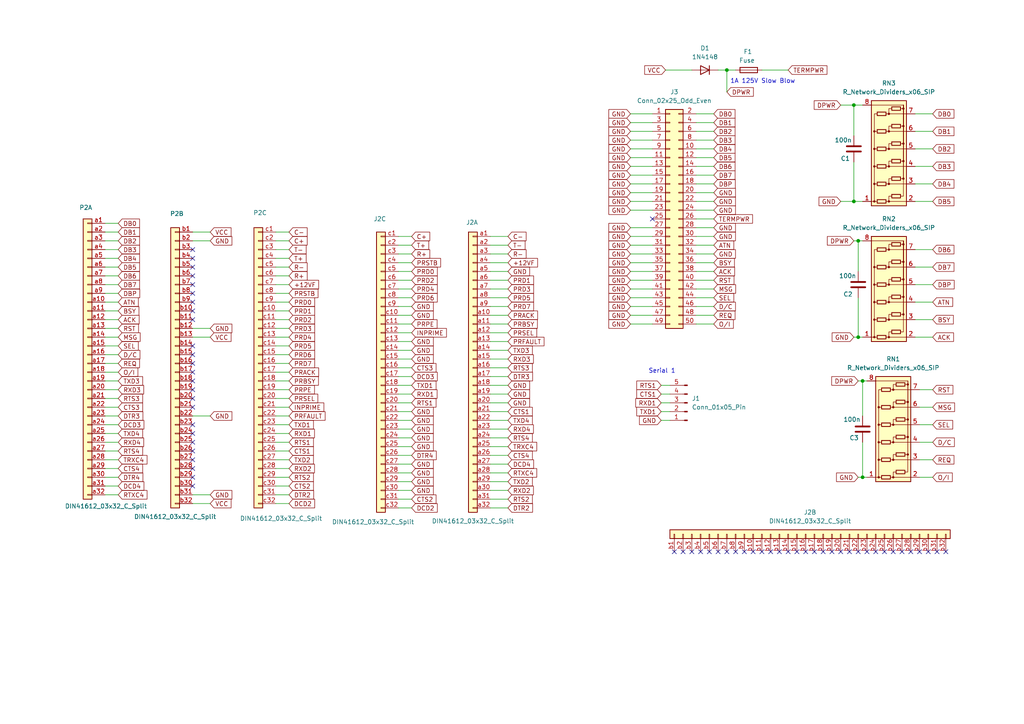
<source format=kicad_sch>
(kicad_sch (version 20250114) (generator "eeschema") (generator_version "9.0")
  (paper "A4")
  (text "1A 125V Slow Blow\n" (at 221.234 23.622 0) (effects (font (size 1.27 1.27))))
  (text "Serial 1" (at 192.024 107.696 0) (effects (font (size 1.27 1.27))))
  (junction (at 210.82 20.32))
  (junction (at 247.65 30.48))
  (junction (at 247.65 58.42))
  (junction (at 250.19 110.49))
  (junction (at 250.19 138.43))
  (junction (at 248.92 69.85))
  (junction (at 248.92 97.79))
  (no_connect (at 55.88 87.63))
  (no_connect (at 55.88 82.55))
  (no_connect (at 226.06 160.02))
  (no_connect (at 55.88 77.47))
  (no_connect (at 251.46 160.02))
  (no_connect (at 215.9 160.02))
  (no_connect (at 238.76 160.02))
  (no_connect (at 256.54 160.02))
  (no_connect (at 241.3 160.02))
  (no_connect (at 55.88 102.87))
  (no_connect (at 55.88 115.57))
  (no_connect (at 55.88 110.49))
  (no_connect (at 200.66 160.02))
  (no_connect (at 189.23 63.5))
  (no_connect (at 223.52 160.02))
  (no_connect (at 55.88 105.41))
  (no_connect (at 55.88 138.43))
  (no_connect (at 55.88 100.33))
  (no_connect (at 264.16 160.02))
  (no_connect (at 55.88 123.19))
  (no_connect (at 55.88 128.27))
  (no_connect (at 55.88 133.35))
  (no_connect (at 208.28 160.02))
  (no_connect (at 228.6 160.02))
  (no_connect (at 55.88 74.93))
  (no_connect (at 266.7 160.02))
  (no_connect (at 210.82 160.02))
  (no_connect (at 55.88 130.81))
  (no_connect (at 55.88 80.01))
  (no_connect (at 248.92 160.02))
  (no_connect (at 220.98 160.02))
  (no_connect (at 218.44 160.02))
  (no_connect (at 55.88 113.03))
  (no_connect (at 231.14 160.02))
  (no_connect (at 261.62 160.02))
  (no_connect (at 203.2 160.02))
  (no_connect (at 233.68 160.02))
  (no_connect (at 271.78 160.02))
  (no_connect (at 254 160.02))
  (no_connect (at 55.88 92.71))
  (no_connect (at 55.88 90.17))
  (no_connect (at 55.88 107.95))
  (no_connect (at 55.88 125.73))
  (no_connect (at 55.88 85.09))
  (no_connect (at 213.36 160.02))
  (no_connect (at 246.38 160.02))
  (no_connect (at 195.58 160.02))
  (no_connect (at 55.88 118.11))
  (no_connect (at 55.88 72.39))
  (no_connect (at 198.12 160.02))
  (no_connect (at 243.84 160.02))
  (no_connect (at 274.32 160.02))
  (no_connect (at 259.08 160.02))
  (no_connect (at 236.22 160.02))
  (no_connect (at 55.88 140.97))
  (no_connect (at 55.88 135.89))
  (no_connect (at 269.24 160.02))
  (no_connect (at 205.74 160.02))
  (wire (pts (xy 201.93 71.12) (xy 207.01 71.12)))
  (wire (pts (xy 142.24 144.78) (xy 147.32 144.78)))
  (wire (pts (xy 115.57 119.38) (xy 119.38 119.38)))
  (wire (pts (xy 30.48 130.81) (xy 34.29 130.81)))
  (wire (pts (xy 30.48 64.77) (xy 34.29 64.77)))
  (wire (pts (xy 182.88 86.36) (xy 189.23 86.36)))
  (wire (pts (xy 182.88 45.72) (xy 189.23 45.72)))
  (wire (pts (xy 115.57 81.28) (xy 119.38 81.28)))
  (wire (pts (xy 55.88 143.51) (xy 60.96 143.51)))
  (wire (pts (xy 182.88 78.74) (xy 189.23 78.74)))
  (wire (pts (xy 30.48 82.55) (xy 34.29 82.55)))
  (wire (pts (xy 115.57 76.2) (xy 119.38 76.2)))
  (wire (pts (xy 265.43 87.63) (xy 270.51 87.63)))
  (wire (pts (xy 115.57 93.98) (xy 119.38 93.98)))
  (wire (pts (xy 115.57 109.22) (xy 119.38 109.22)))
  (wire (pts (xy 142.24 142.24) (xy 147.32 142.24)))
  (wire (pts (xy 243.84 58.42) (xy 247.65 58.42)))
  (wire (pts (xy 80.01 125.73) (xy 83.82 125.73)))
  (wire (pts (xy 80.01 138.43) (xy 83.82 138.43)))
  (wire (pts (xy 265.43 72.39) (xy 270.51 72.39)))
  (wire (pts (xy 55.88 97.79) (xy 60.96 97.79)))
  (wire (pts (xy 265.43 82.55) (xy 270.51 82.55)))
  (wire (pts (xy 250.19 110.49) (xy 251.46 110.49)))
  (wire (pts (xy 182.88 33.02) (xy 189.23 33.02)))
  (wire (pts (xy 115.57 83.82) (xy 119.38 83.82)))
  (wire (pts (xy 115.57 106.68) (xy 119.38 106.68)))
  (wire (pts (xy 80.01 100.33) (xy 83.82 100.33)))
  (wire (pts (xy 80.01 110.49) (xy 83.82 110.49)))
  (wire (pts (xy 201.93 66.04) (xy 207.01 66.04)))
  (wire (pts (xy 30.48 80.01) (xy 34.29 80.01)))
  (wire (pts (xy 115.57 139.7) (xy 119.38 139.7)))
  (wire (pts (xy 142.24 132.08) (xy 147.32 132.08)))
  (wire (pts (xy 248.92 69.85) (xy 250.19 69.85)))
  (wire (pts (xy 265.43 48.26) (xy 270.51 48.26)))
  (wire (pts (xy 191.77 116.84) (xy 194.31 116.84)))
  (wire (pts (xy 201.93 88.9) (xy 207.01 88.9)))
  (wire (pts (xy 193.04 20.32) (xy 200.66 20.32)))
  (wire (pts (xy 142.24 76.2) (xy 147.32 76.2)))
  (wire (pts (xy 80.01 135.89) (xy 83.82 135.89)))
  (wire (pts (xy 265.43 43.18) (xy 270.51 43.18)))
  (wire (pts (xy 30.48 143.51) (xy 34.29 143.51)))
  (wire (pts (xy 55.88 120.65) (xy 60.96 120.65)))
  (wire (pts (xy 142.24 101.6) (xy 147.32 101.6)))
  (wire (pts (xy 115.57 127) (xy 119.38 127)))
  (wire (pts (xy 30.48 140.97) (xy 34.29 140.97)))
  (wire (pts (xy 182.88 93.98) (xy 189.23 93.98)))
  (wire (pts (xy 182.88 58.42) (xy 189.23 58.42)))
  (wire (pts (xy 266.7 123.19) (xy 270.51 123.19)))
  (wire (pts (xy 115.57 137.16) (xy 119.38 137.16)))
  (wire (pts (xy 201.93 58.42) (xy 207.01 58.42)))
  (wire (pts (xy 182.88 73.66) (xy 189.23 73.66)))
  (wire (pts (xy 80.01 67.31) (xy 83.82 67.31)))
  (wire (pts (xy 115.57 73.66) (xy 119.38 73.66)))
  (wire (pts (xy 191.77 114.3) (xy 194.31 114.3)))
  (wire (pts (xy 142.24 104.14) (xy 147.32 104.14)))
  (wire (pts (xy 248.92 69.85) (xy 248.92 78.74)))
  (wire (pts (xy 142.24 116.84) (xy 147.32 116.84)))
  (wire (pts (xy 266.7 133.35) (xy 270.51 133.35)))
  (wire (pts (xy 142.24 109.22) (xy 147.32 109.22)))
  (wire (pts (xy 182.88 40.64) (xy 189.23 40.64)))
  (wire (pts (xy 142.24 83.82) (xy 147.32 83.82)))
  (wire (pts (xy 250.19 138.43) (xy 251.46 138.43)))
  (wire (pts (xy 182.88 66.04) (xy 189.23 66.04)))
  (wire (pts (xy 201.93 68.58) (xy 207.01 68.58)))
  (wire (pts (xy 201.93 45.72) (xy 207.01 45.72)))
  (wire (pts (xy 30.48 85.09) (xy 34.29 85.09)))
  (wire (pts (xy 265.43 77.47) (xy 270.51 77.47)))
  (wire (pts (xy 80.01 95.25) (xy 83.82 95.25)))
  (wire (pts (xy 30.48 67.31) (xy 34.29 67.31)))
  (wire (pts (xy 80.01 146.05) (xy 83.82 146.05)))
  (wire (pts (xy 142.24 137.16) (xy 147.32 137.16)))
  (wire (pts (xy 80.01 80.01) (xy 83.82 80.01)))
  (wire (pts (xy 201.93 53.34) (xy 207.01 53.34)))
  (wire (pts (xy 55.88 67.31) (xy 60.96 67.31)))
  (wire (pts (xy 248.92 97.79) (xy 250.19 97.79)))
  (wire (pts (xy 265.43 92.71) (xy 270.51 92.71)))
  (wire (pts (xy 80.01 74.93) (xy 83.82 74.93)))
  (wire (pts (xy 115.57 142.24) (xy 119.38 142.24)))
  (wire (pts (xy 30.48 115.57) (xy 34.29 115.57)))
  (wire (pts (xy 266.7 138.43) (xy 270.51 138.43)))
  (wire (pts (xy 247.65 97.79) (xy 248.92 97.79)))
  (wire (pts (xy 266.7 128.27) (xy 270.51 128.27)))
  (wire (pts (xy 201.93 35.56) (xy 207.01 35.56)))
  (wire (pts (xy 201.93 76.2) (xy 207.01 76.2)))
  (wire (pts (xy 142.24 81.28) (xy 147.32 81.28)))
  (wire (pts (xy 115.57 86.36) (xy 119.38 86.36)))
  (wire (pts (xy 30.48 125.73) (xy 34.29 125.73)))
  (wire (pts (xy 182.88 71.12) (xy 189.23 71.12)))
  (wire (pts (xy 201.93 81.28) (xy 207.01 81.28)))
  (wire (pts (xy 247.65 69.85) (xy 248.92 69.85)))
  (wire (pts (xy 247.65 30.48) (xy 247.65 39.37)))
  (wire (pts (xy 30.48 120.65) (xy 34.29 120.65)))
  (wire (pts (xy 115.57 129.54) (xy 119.38 129.54)))
  (wire (pts (xy 30.48 107.95) (xy 34.29 107.95)))
  (wire (pts (xy 80.01 143.51) (xy 83.82 143.51)))
  (wire (pts (xy 201.93 86.36) (xy 207.01 86.36)))
  (wire (pts (xy 30.48 102.87) (xy 34.29 102.87)))
  (wire (pts (xy 265.43 38.1) (xy 270.51 38.1)))
  (wire (pts (xy 142.24 99.06) (xy 147.32 99.06)))
  (wire (pts (xy 142.24 119.38) (xy 147.32 119.38)))
  (wire (pts (xy 142.24 71.12) (xy 147.32 71.12)))
  (wire (pts (xy 30.48 138.43) (xy 34.29 138.43)))
  (wire (pts (xy 142.24 121.92) (xy 147.32 121.92)))
  (wire (pts (xy 201.93 43.18) (xy 207.01 43.18)))
  (wire (pts (xy 142.24 68.58) (xy 147.32 68.58)))
  (wire (pts (xy 182.88 76.2) (xy 189.23 76.2)))
  (wire (pts (xy 210.82 20.32) (xy 210.82 26.67)))
  (wire (pts (xy 115.57 104.14) (xy 119.38 104.14)))
  (wire (pts (xy 265.43 53.34) (xy 270.51 53.34)))
  (wire (pts (xy 248.92 138.43) (xy 250.19 138.43)))
  (wire (pts (xy 182.88 53.34) (xy 189.23 53.34)))
  (wire (pts (xy 182.88 43.18) (xy 189.23 43.18)))
  (wire (pts (xy 265.43 58.42) (xy 270.51 58.42)))
  (wire (pts (xy 142.24 93.98) (xy 147.32 93.98)))
  (wire (pts (xy 115.57 88.9) (xy 119.38 88.9)))
  (wire (pts (xy 201.93 55.88) (xy 207.01 55.88)))
  (wire (pts (xy 142.24 111.76) (xy 147.32 111.76)))
  (wire (pts (xy 265.43 33.02) (xy 270.51 33.02)))
  (wire (pts (xy 30.48 92.71) (xy 34.29 92.71)))
  (wire (pts (xy 80.01 118.11) (xy 83.82 118.11)))
  (wire (pts (xy 115.57 147.32) (xy 119.38 147.32)))
  (wire (pts (xy 191.77 121.92) (xy 194.31 121.92)))
  (wire (pts (xy 115.57 116.84) (xy 119.38 116.84)))
  (wire (pts (xy 201.93 63.5) (xy 207.01 63.5)))
  (wire (pts (xy 182.88 83.82) (xy 189.23 83.82)))
  (wire (pts (xy 115.57 78.74) (xy 119.38 78.74)))
  (wire (pts (xy 115.57 99.06) (xy 119.38 99.06)))
  (wire (pts (xy 142.24 88.9) (xy 147.32 88.9)))
  (wire (pts (xy 30.48 87.63) (xy 34.29 87.63)))
  (wire (pts (xy 182.88 55.88) (xy 189.23 55.88)))
  (wire (pts (xy 80.01 69.85) (xy 83.82 69.85)))
  (wire (pts (xy 30.48 100.33) (xy 34.29 100.33)))
  (wire (pts (xy 182.88 91.44) (xy 189.23 91.44)))
  (wire (pts (xy 142.24 86.36) (xy 147.32 86.36)))
  (wire (pts (xy 142.24 134.62) (xy 147.32 134.62)))
  (wire (pts (xy 115.57 71.12) (xy 119.38 71.12)))
  (wire (pts (xy 201.93 73.66) (xy 207.01 73.66)))
  (wire (pts (xy 142.24 124.46) (xy 147.32 124.46)))
  (wire (pts (xy 30.48 77.47) (xy 34.29 77.47)))
  (wire (pts (xy 80.01 133.35) (xy 83.82 133.35)))
  (wire (pts (xy 182.88 50.8) (xy 189.23 50.8)))
  (wire (pts (xy 55.88 95.25) (xy 60.96 95.25)))
  (wire (pts (xy 80.01 120.65) (xy 83.82 120.65)))
  (wire (pts (xy 80.01 113.03) (xy 83.82 113.03)))
  (wire (pts (xy 55.88 146.05) (xy 60.96 146.05)))
  (wire (pts (xy 201.93 91.44) (xy 207.01 91.44)))
  (wire (pts (xy 210.82 20.32) (xy 213.36 20.32)))
  (wire (pts (xy 115.57 134.62) (xy 119.38 134.62)))
  (wire (pts (xy 80.01 107.95) (xy 83.82 107.95)))
  (wire (pts (xy 80.01 123.19) (xy 83.82 123.19)))
  (wire (pts (xy 115.57 68.58) (xy 119.38 68.58)))
  (wire (pts (xy 182.88 68.58) (xy 189.23 68.58)))
  (wire (pts (xy 80.01 140.97) (xy 83.82 140.97)))
  (wire (pts (xy 182.88 48.26) (xy 189.23 48.26)))
  (wire (pts (xy 142.24 139.7) (xy 147.32 139.7)))
  (wire (pts (xy 115.57 91.44) (xy 119.38 91.44)))
  (wire (pts (xy 115.57 114.3) (xy 119.38 114.3)))
  (wire (pts (xy 80.01 85.09) (xy 83.82 85.09)))
  (wire (pts (xy 220.98 20.32) (xy 228.6 20.32)))
  (wire (pts (xy 182.88 60.96) (xy 189.23 60.96)))
  (wire (pts (xy 80.01 90.17) (xy 83.82 90.17)))
  (wire (pts (xy 248.92 86.36) (xy 248.92 97.79)))
  (wire (pts (xy 30.48 118.11) (xy 34.29 118.11)))
  (wire (pts (xy 250.19 110.49) (xy 250.19 120.65)))
  (wire (pts (xy 115.57 124.46) (xy 119.38 124.46)))
  (wire (pts (xy 80.01 92.71) (xy 83.82 92.71)))
  (wire (pts (xy 30.48 128.27) (xy 34.29 128.27)))
  (wire (pts (xy 30.48 110.49) (xy 34.29 110.49)))
  (wire (pts (xy 115.57 144.78) (xy 119.38 144.78)))
  (wire (pts (xy 191.77 111.76) (xy 194.31 111.76)))
  (wire (pts (xy 182.88 88.9) (xy 189.23 88.9)))
  (wire (pts (xy 30.48 90.17) (xy 34.29 90.17)))
  (wire (pts (xy 142.24 91.44) (xy 147.32 91.44)))
  (wire (pts (xy 80.01 87.63) (xy 83.82 87.63)))
  (wire (pts (xy 115.57 111.76) (xy 119.38 111.76)))
  (wire (pts (xy 142.24 127) (xy 147.32 127)))
  (wire (pts (xy 80.01 115.57) (xy 83.82 115.57)))
  (wire (pts (xy 115.57 101.6) (xy 119.38 101.6)))
  (wire (pts (xy 142.24 73.66) (xy 147.32 73.66)))
  (wire (pts (xy 30.48 97.79) (xy 34.29 97.79)))
  (wire (pts (xy 115.57 132.08) (xy 119.38 132.08)))
  (wire (pts (xy 115.57 121.92) (xy 119.38 121.92)))
  (wire (pts (xy 55.88 69.85) (xy 60.96 69.85)))
  (wire (pts (xy 265.43 97.79) (xy 270.51 97.79)))
  (wire (pts (xy 247.65 58.42) (xy 250.19 58.42)))
  (wire (pts (xy 201.93 50.8) (xy 207.01 50.8)))
  (wire (pts (xy 80.01 77.47) (xy 83.82 77.47)))
  (wire (pts (xy 115.57 96.52) (xy 119.38 96.52)))
  (wire (pts (xy 266.7 113.03) (xy 270.51 113.03)))
  (wire (pts (xy 30.48 113.03) (xy 34.29 113.03)))
  (wire (pts (xy 247.65 46.99) (xy 247.65 58.42)))
  (wire (pts (xy 142.24 114.3) (xy 147.32 114.3)))
  (wire (pts (xy 80.01 105.41) (xy 83.82 105.41)))
  (wire (pts (xy 80.01 102.87) (xy 83.82 102.87)))
  (wire (pts (xy 201.93 78.74) (xy 207.01 78.74)))
  (wire (pts (xy 201.93 93.98) (xy 207.01 93.98)))
  (wire (pts (xy 30.48 74.93) (xy 34.29 74.93)))
  (wire (pts (xy 182.88 35.56) (xy 189.23 35.56)))
  (wire (pts (xy 247.65 30.48) (xy 250.19 30.48)))
  (wire (pts (xy 30.48 123.19) (xy 34.29 123.19)))
  (wire (pts (xy 30.48 69.85) (xy 34.29 69.85)))
  (wire (pts (xy 182.88 81.28) (xy 189.23 81.28)))
  (wire (pts (xy 201.93 48.26) (xy 207.01 48.26)))
  (wire (pts (xy 80.01 72.39) (xy 83.82 72.39)))
  (wire (pts (xy 30.48 133.35) (xy 34.29 133.35)))
  (wire (pts (xy 243.84 30.48) (xy 247.65 30.48)))
  (wire (pts (xy 80.01 97.79) (xy 83.82 97.79)))
  (wire (pts (xy 201.93 83.82) (xy 207.01 83.82)))
  (wire (pts (xy 201.93 33.02) (xy 207.01 33.02)))
  (wire (pts (xy 201.93 40.64) (xy 207.01 40.64)))
  (wire (pts (xy 80.01 130.81) (xy 83.82 130.81)))
  (wire (pts (xy 266.7 118.11) (xy 270.51 118.11)))
  (wire (pts (xy 142.24 78.74) (xy 147.32 78.74)))
  (wire (pts (xy 142.24 147.32) (xy 147.32 147.32)))
  (wire (pts (xy 30.48 135.89) (xy 34.29 135.89)))
  (wire (pts (xy 142.24 106.68) (xy 147.32 106.68)))
  (wire (pts (xy 250.19 128.27) (xy 250.19 138.43)))
  (wire (pts (xy 142.24 96.52) (xy 147.32 96.52)))
  (wire (pts (xy 208.28 20.32) (xy 210.82 20.32)))
  (wire (pts (xy 142.24 129.54) (xy 147.32 129.54)))
  (wire (pts (xy 30.48 105.41) (xy 34.29 105.41)))
  (wire (pts (xy 80.01 128.27) (xy 83.82 128.27)))
  (wire (pts (xy 182.88 38.1) (xy 189.23 38.1)))
  (wire (pts (xy 191.77 119.38) (xy 194.31 119.38)))
  (wire (pts (xy 80.01 82.55) (xy 83.82 82.55)))
  (wire (pts (xy 30.48 72.39) (xy 34.29 72.39)))
  (wire (pts (xy 248.92 110.49) (xy 250.19 110.49)))
  (wire (pts (xy 201.93 60.96) (xy 207.01 60.96)))
  (wire (pts (xy 201.93 38.1) (xy 207.01 38.1)))
  (wire (pts (xy 30.48 95.25) (xy 34.29 95.25)))
  (global_label "GND" (shape input) (at 248.92 138.43 180) (property "Intersheetrefs" "${INTERSHEET_REFS}" (effects (hide yes))))
  (global_label "GND" (shape input) (at 119.38 91.44 0) (property "Intersheetrefs" "${INTERSHEET_REFS}" (effects (hide yes))))
  (global_label "DPWR" (shape input) (at 210.82 26.67 0) (property "Intersheetrefs" "${INTERSHEET_REFS}" (effects (hide yes))))
  (global_label "DBP" (shape input) (at 270.51 82.55 0) (property "Intersheetrefs" "${INTERSHEET_REFS}" (effects (hide yes))))
  (global_label "GND" (shape input) (at 182.88 66.04 180) (property "Intersheetrefs" "${INTERSHEET_REFS}" (effects (hide yes))))
  (global_label "GND" (shape input) (at 182.88 48.26 180) (property "Intersheetrefs" "${INTERSHEET_REFS}" (effects (hide yes))))
  (global_label "R+" (shape input) (at 119.38 73.66 0) (property "Intersheetrefs" "${INTERSHEET_REFS}" (effects (hide yes))))
  (global_label "PRD6" (shape input) (at 119.38 86.36 0) (property "Intersheetrefs" "${INTERSHEET_REFS}" (effects (hide yes))))
  (global_label "DPWR" (shape input) (at 243.84 30.48 180) (property "Intersheetrefs" "${INTERSHEET_REFS}" (effects (hide yes))))
  (global_label "D{slash}C" (shape input) (at 207.01 88.9 0) (property "Intersheetrefs" "${INTERSHEET_REFS}" (effects (hide yes))))
  (global_label "T-" (shape input) (at 147.32 71.12 0) (property "Intersheetrefs" "${INTERSHEET_REFS}" (effects (hide yes))))
  (global_label "R-" (shape input) (at 147.32 73.66 0) (property "Intersheetrefs" "${INTERSHEET_REFS}" (effects (hide yes))))
  (global_label "+12VF" (shape input) (at 147.32 76.2 0) (property "Intersheetrefs" "${INTERSHEET_REFS}" (effects (hide yes))))
  (global_label "C-" (shape input) (at 147.32 68.58 0) (property "Intersheetrefs" "${INTERSHEET_REFS}" (effects (hide yes))))
  (global_label "GND" (shape input) (at 147.32 78.74 0) (property "Intersheetrefs" "${INTERSHEET_REFS}" (effects (hide yes))))
  (global_label "PRD3" (shape input) (at 147.32 83.82 0) (property "Intersheetrefs" "${INTERSHEET_REFS}" (effects (hide yes))))
  (global_label "PRD5" (shape input) (at 147.32 86.36 0) (property "Intersheetrefs" "${INTERSHEET_REFS}" (effects (hide yes))))
  (global_label "PRD7" (shape input) (at 147.32 88.9 0) (property "Intersheetrefs" "${INTERSHEET_REFS}" (effects (hide yes))))
  (global_label "PRD1" (shape input) (at 147.32 81.28 0) (property "Intersheetrefs" "${INTERSHEET_REFS}" (effects (hide yes))))
  (global_label "PRACK" (shape input) (at 147.32 91.44 0) (property "Intersheetrefs" "${INTERSHEET_REFS}" (effects (hide yes))))
  (global_label "PRBSY" (shape input) (at 147.32 93.98 0) (property "Intersheetrefs" "${INTERSHEET_REFS}" (effects (hide yes))))
  (global_label "PRSEL" (shape input) (at 147.32 96.52 0) (property "Intersheetrefs" "${INTERSHEET_REFS}" (effects (hide yes))))
  (global_label "PRFAULT" (shape input) (at 147.32 99.06 0) (property "Intersheetrefs" "${INTERSHEET_REFS}" (effects (hide yes))))
  (global_label "TXD3" (shape input) (at 147.32 101.6 0) (property "Intersheetrefs" "${INTERSHEET_REFS}" (effects (hide yes))))
  (global_label "RXD3" (shape input) (at 147.32 104.14 0) (property "Intersheetrefs" "${INTERSHEET_REFS}" (effects (hide yes))))
  (global_label "RXD2" (shape input) (at 147.32 142.24 0) (property "Intersheetrefs" "${INTERSHEET_REFS}" (effects (hide yes))))
  (global_label "RTS2" (shape input) (at 147.32 144.78 0) (property "Intersheetrefs" "${INTERSHEET_REFS}" (effects (hide yes))))
  (global_label "TXD2" (shape input) (at 147.32 139.7 0) (property "Intersheetrefs" "${INTERSHEET_REFS}" (effects (hide yes))))
  (global_label "DTR2" (shape input) (at 147.32 147.32 0) (property "Intersheetrefs" "${INTERSHEET_REFS}" (effects (hide yes))))
  (global_label "RTS3" (shape input) (at 147.32 106.68 0) (property "Intersheetrefs" "${INTERSHEET_REFS}" (effects (hide yes))))
  (global_label "GND" (shape input) (at 147.32 111.76 0) (property "Intersheetrefs" "${INTERSHEET_REFS}" (effects (hide yes))))
  (global_label "DTR3" (shape input) (at 147.32 109.22 0) (property "Intersheetrefs" "${INTERSHEET_REFS}" (effects (hide yes))))
  (global_label "GND" (shape input) (at 147.32 114.3 0) (property "Intersheetrefs" "${INTERSHEET_REFS}" (effects (hide yes))))
  (global_label "DCD4" (shape input) (at 147.32 134.62 0) (property "Intersheetrefs" "${INTERSHEET_REFS}" (effects (hide yes))))
  (global_label "TRXC4" (shape input) (at 147.32 129.54 0) (property "Intersheetrefs" "${INTERSHEET_REFS}" (effects (hide yes))))
  (global_label "RTS4" (shape input) (at 147.32 127 0) (property "Intersheetrefs" "${INTERSHEET_REFS}" (effects (hide yes))))
  (global_label "CTS4" (shape input) (at 147.32 132.08 0) (property "Intersheetrefs" "${INTERSHEET_REFS}" (effects (hide yes))))
  (global_label "RTXC4" (shape input) (at 147.32 137.16 0) (property "Intersheetrefs" "${INTERSHEET_REFS}" (effects (hide yes))))
  (global_label "GND" (shape input) (at 147.32 116.84 0) (property "Intersheetrefs" "${INTERSHEET_REFS}" (effects (hide yes))))
  (global_label "TXD4" (shape input) (at 147.32 121.92 0) (property "Intersheetrefs" "${INTERSHEET_REFS}" (effects (hide yes))))
  (global_label "CTS1" (shape input) (at 147.32 119.38 0) (property "Intersheetrefs" "${INTERSHEET_REFS}" (effects (hide yes))))
  (global_label "RXD4" (shape input) (at 147.32 124.46 0) (property "Intersheetrefs" "${INTERSHEET_REFS}" (effects (hide yes))))
  (global_label "DB0" (shape input) (at 34.29 64.77 0) (property "Intersheetrefs" "${INTERSHEET_REFS}" (effects (hide yes))))
  (global_label "O{slash}I" (shape input) (at 207.01 93.98 0) (property "Intersheetrefs" "${INTERSHEET_REFS}" (effects (hide yes))))
  (global_label "GND" (shape input) (at 182.88 38.1 180) (property "Intersheetrefs" "${INTERSHEET_REFS}" (effects (hide yes))))
  (global_label "RTS1" (shape input) (at 191.77 111.76 180) (property "Intersheetrefs" "${INTERSHEET_REFS}" (effects (hide yes))))
  (global_label "MSG" (shape input) (at 34.29 97.79 0) (property "Intersheetrefs" "${INTERSHEET_REFS}" (effects (hide yes))))
  (global_label "SEL" (shape input) (at 34.29 100.33 0) (property "Intersheetrefs" "${INTERSHEET_REFS}" (effects (hide yes))))
  (global_label "D{slash}C" (shape input) (at 34.29 102.87 0) (property "Intersheetrefs" "${INTERSHEET_REFS}" (effects (hide yes))))
  (global_label "BSY" (shape input) (at 34.29 90.17 0) (property "Intersheetrefs" "${INTERSHEET_REFS}" (effects (hide yes))))
  (global_label "ACK" (shape input) (at 34.29 92.71 0) (property "Intersheetrefs" "${INTERSHEET_REFS}" (effects (hide yes))))
  (global_label "ATN" (shape input) (at 34.29 87.63 0) (property "Intersheetrefs" "${INTERSHEET_REFS}" (effects (hide yes))))
  (global_label "RST" (shape input) (at 34.29 95.25 0) (property "Intersheetrefs" "${INTERSHEET_REFS}" (effects (hide yes))))
  (global_label "DCD3" (shape input) (at 34.29 123.19 0) (property "Intersheetrefs" "${INTERSHEET_REFS}" (effects (hide yes))))
  (global_label "CTS3" (shape input) (at 34.29 118.11 0) (property "Intersheetrefs" "${INTERSHEET_REFS}" (effects (hide yes))))
  (global_label "DTR3" (shape input) (at 34.29 120.65 0) (property "Intersheetrefs" "${INTERSHEET_REFS}" (effects (hide yes))))
  (global_label "TXD4" (shape input) (at 34.29 125.73 0) (property "Intersheetrefs" "${INTERSHEET_REFS}" (effects (hide yes))))
  (global_label "TXD3" (shape input) (at 34.29 110.49 0) (property "Intersheetrefs" "${INTERSHEET_REFS}" (effects (hide yes))))
  (global_label "RXD3" (shape input) (at 34.29 113.03 0) (property "Intersheetrefs" "${INTERSHEET_REFS}" (effects (hide yes))))
  (global_label "O{slash}I" (shape input) (at 34.29 107.95 0) (property "Intersheetrefs" "${INTERSHEET_REFS}" (effects (hide yes))))
  (global_label "RTS3" (shape input) (at 34.29 115.57 0) (property "Intersheetrefs" "${INTERSHEET_REFS}" (effects (hide yes))))
  (global_label "DCD4" (shape input) (at 34.29 140.97 0) (property "Intersheetrefs" "${INTERSHEET_REFS}" (effects (hide yes))))
  (global_label "TRXC4" (shape input) (at 34.29 133.35 0) (property "Intersheetrefs" "${INTERSHEET_REFS}" (effects (hide yes))))
  (global_label "RTS4" (shape input) (at 34.29 130.81 0) (property "Intersheetrefs" "${INTERSHEET_REFS}" (effects (hide yes))))
  (global_label "CTS4" (shape input) (at 34.29 135.89 0) (property "Intersheetrefs" "${INTERSHEET_REFS}" (effects (hide yes))))
  (global_label "DTR4" (shape input) (at 34.29 138.43 0) (property "Intersheetrefs" "${INTERSHEET_REFS}" (effects (hide yes))))
  (global_label "RTXC4" (shape input) (at 34.29 143.51 0) (property "Intersheetrefs" "${INTERSHEET_REFS}" (effects (hide yes))))
  (global_label "REQ" (shape input) (at 34.29 105.41 0) (property "Intersheetrefs" "${INTERSHEET_REFS}" (effects (hide yes))))
  (global_label "GND" (shape input) (at 182.88 43.18 180) (property "Intersheetrefs" "${INTERSHEET_REFS}" (effects (hide yes))))
  (global_label "GND" (shape input) (at 119.38 121.92 0) (property "Intersheetrefs" "${INTERSHEET_REFS}" (effects (hide yes))))
  (global_label "T+" (shape input) (at 119.38 71.12 0) (property "Intersheetrefs" "${INTERSHEET_REFS}" (effects (hide yes))))
  (global_label "PRD4" (shape input) (at 119.38 83.82 0) (property "Intersheetrefs" "${INTERSHEET_REFS}" (effects (hide yes))))
  (global_label "DBP" (shape input) (at 34.29 85.09 0) (property "Intersheetrefs" "${INTERSHEET_REFS}" (effects (hide yes))))
  (global_label "DB2" (shape input) (at 270.51 43.18 0) (property "Intersheetrefs" "${INTERSHEET_REFS}" (effects (hide yes))))
  (global_label "DB7" (shape input) (at 270.51 77.47 0) (property "Intersheetrefs" "${INTERSHEET_REFS}" (effects (hide yes))))
  (global_label "GND" (shape input) (at 207.01 66.04 0) (property "Intersheetrefs" "${INTERSHEET_REFS}" (effects (hide yes))))
  (global_label "GND" (shape input) (at 182.88 91.44 180) (property "Intersheetrefs" "${INTERSHEET_REFS}" (effects (hide yes))))
  (global_label "GND" (shape input) (at 182.88 83.82 180) (property "Intersheetrefs" "${INTERSHEET_REFS}" (effects (hide yes))))
  (global_label "GND" (shape input) (at 243.84 58.42 180) (property "Intersheetrefs" "${INTERSHEET_REFS}" (effects (hide yes))))
  (global_label "GND" (shape input) (at 182.88 81.28 180) (property "Intersheetrefs" "${INTERSHEET_REFS}" (effects (hide yes))))
  (global_label "D{slash}C" (shape input) (at 270.51 128.27 0) (property "Intersheetrefs" "${INTERSHEET_REFS}" (effects (hide yes))))
  (global_label "TERMPWR" (shape input) (at 228.6 20.32 0) (property "Intersheetrefs" "${INTERSHEET_REFS}" (effects (hide yes))))
  (global_label "PRSTB" (shape input) (at 119.38 76.2 0) (property "Intersheetrefs" "${INTERSHEET_REFS}" (effects (hide yes))))
  (global_label "GND" (shape input) (at 182.88 53.34 180) (property "Intersheetrefs" "${INTERSHEET_REFS}" (effects (hide yes))))
  (global_label "ACK" (shape input) (at 207.01 78.74 0) (property "Intersheetrefs" "${INTERSHEET_REFS}" (effects (hide yes))))
  (global_label "DB2" (shape input) (at 34.29 69.85 0) (property "Intersheetrefs" "${INTERSHEET_REFS}" (effects (hide yes))))
  (global_label "GND" (shape input) (at 182.88 60.96 180) (property "Intersheetrefs" "${INTERSHEET_REFS}" (effects (hide yes))))
  (global_label "SEL" (shape input) (at 207.01 86.36 0) (property "Intersheetrefs" "${INTERSHEET_REFS}" (effects (hide yes))))
  (global_label "DB0" (shape input) (at 270.51 33.02 0) (property "Intersheetrefs" "${INTERSHEET_REFS}" (effects (hide yes))))
  (global_label "RXD4" (shape input) (at 34.29 128.27 0) (property "Intersheetrefs" "${INTERSHEET_REFS}" (effects (hide yes))))
  (global_label "C-" (shape input) (at 83.82 67.31 0) (property "Intersheetrefs" "${INTERSHEET_REFS}" (effects (hide yes))))
  (global_label "C+" (shape input) (at 83.82 69.85 0) (property "Intersheetrefs" "${INTERSHEET_REFS}" (effects (hide yes))))
  (global_label "T-" (shape input) (at 83.82 72.39 0) (property "Intersheetrefs" "${INTERSHEET_REFS}" (effects (hide yes))))
  (global_label "R-" (shape input) (at 83.82 77.47 0) (property "Intersheetrefs" "${INTERSHEET_REFS}" (effects (hide yes))))
  (global_label "T+" (shape input) (at 83.82 74.93 0) (property "Intersheetrefs" "${INTERSHEET_REFS}" (effects (hide yes))))
  (global_label "R+" (shape input) (at 83.82 80.01 0) (property "Intersheetrefs" "${INTERSHEET_REFS}" (effects (hide yes))))
  (global_label "PRD1" (shape input) (at 83.82 90.17 0) (property "Intersheetrefs" "${INTERSHEET_REFS}" (effects (hide yes))))
  (global_label "PRSTB" (shape input) (at 83.82 85.09 0) (property "Intersheetrefs" "${INTERSHEET_REFS}" (effects (hide yes))))
  (global_label "PRD0" (shape input) (at 83.82 87.63 0) (property "Intersheetrefs" "${INTERSHEET_REFS}" (effects (hide yes))))
  (global_label "+12VF" (shape input) (at 83.82 82.55 0) (property "Intersheetrefs" "${INTERSHEET_REFS}" (effects (hide yes))))
  (global_label "PRD2" (shape input) (at 83.82 92.71 0) (property "Intersheetrefs" "${INTERSHEET_REFS}" (effects (hide yes))))
  (global_label "RXD1" (shape input) (at 83.82 125.73 0) (property "Intersheetrefs" "${INTERSHEET_REFS}" (effects (hide yes))))
  (global_label "DTR2" (shape input) (at 83.82 143.51 0) (property "Intersheetrefs" "${INTERSHEET_REFS}" (effects (hide yes))))
  (global_label "RXD2" (shape input) (at 83.82 135.89 0) (property "Intersheetrefs" "${INTERSHEET_REFS}" (effects (hide yes))))
  (global_label "DCD2" (shape input) (at 83.82 146.05 0) (property "Intersheetrefs" "${INTERSHEET_REFS}" (effects (hide yes))))
  (global_label "RTS1" (shape input) (at 83.82 128.27 0) (property "Intersheetrefs" "${INTERSHEET_REFS}" (effects (hide yes))))
  (global_label "CTS1" (shape input) (at 83.82 130.81 0) (property "Intersheetrefs" "${INTERSHEET_REFS}" (effects (hide yes))))
  (global_label "TXD2" (shape input) (at 83.82 133.35 0) (property "Intersheetrefs" "${INTERSHEET_REFS}" (effects (hide yes))))
  (global_label "RTS2" (shape input) (at 83.82 138.43 0) (property "Intersheetrefs" "${INTERSHEET_REFS}" (effects (hide yes))))
  (global_label "CTS2" (shape input) (at 83.82 140.97 0) (property "Intersheetrefs" "${INTERSHEET_REFS}" (effects (hide yes))))
  (global_label "PRD7" (shape input) (at 83.82 105.41 0) (property "Intersheetrefs" "${INTERSHEET_REFS}" (effects (hide yes))))
  (global_label "PRD6" (shape input) (at 83.82 102.87 0) (property "Intersheetrefs" "${INTERSHEET_REFS}" (effects (hide yes))))
  (global_label "PRD3" (shape input) (at 83.82 95.25 0) (property "Intersheetrefs" "${INTERSHEET_REFS}" (effects (hide yes))))
  (global_label "PRD5" (shape input) (at 83.82 100.33 0) (property "Intersheetrefs" "${INTERSHEET_REFS}" (effects (hide yes))))
  (global_label "PRD4" (shape input) (at 83.82 97.79 0) (property "Intersheetrefs" "${INTERSHEET_REFS}" (effects (hide yes))))
  (global_label "PRACK" (shape input) (at 83.82 107.95 0) (property "Intersheetrefs" "${INTERSHEET_REFS}" (effects (hide yes))))
  (global_label "PRPE" (shape input) (at 83.82 113.03 0) (property "Intersheetrefs" "${INTERSHEET_REFS}" (effects (hide yes))))
  (global_label "PRSEL" (shape input) (at 83.82 115.57 0) (property "Intersheetrefs" "${INTERSHEET_REFS}" (effects (hide yes))))
  (global_label "PRBSY" (shape input) (at 83.82 110.49 0) (property "Intersheetrefs" "${INTERSHEET_REFS}" (effects (hide yes))))
  (global_label "INPRIME" (shape input) (at 83.82 118.11 0) (property "Intersheetrefs" "${INTERSHEET_REFS}" (effects (hide yes))))
  (global_label "PRFAULT" (shape input) (at 83.82 120.65 0) (property "Intersheetrefs" "${INTERSHEET_REFS}" (effects (hide yes))))
  (global_label "TXD1" (shape input) (at 83.82 123.19 0) (property "Intersheetrefs" "${INTERSHEET_REFS}" (effects (hide yes))))
  (global_label "DB6" (shape input) (at 270.51 72.39 0) (property "Intersheetrefs" "${INTERSHEET_REFS}" (effects (hide yes))))
  (global_label "PRPE" (shape input) (at 119.38 93.98 0) (property "Intersheetrefs" "${INTERSHEET_REFS}" (effects (hide yes))))
  (global_label "GND" (shape input) (at 182.88 35.56 180) (property "Intersheetrefs" "${INTERSHEET_REFS}" (effects (hide yes))))
  (global_label "ATN" (shape input) (at 207.01 71.12 0) (property "Intersheetrefs" "${INTERSHEET_REFS}" (effects (hide yes))))
  (global_label "SEL" (shape input) (at 270.51 123.19 0) (property "Intersheetrefs" "${INTERSHEET_REFS}" (effects (hide yes))))
  (global_label "GND" (shape input) (at 191.77 121.92 180) (property "Intersheetrefs" "${INTERSHEET_REFS}" (effects (hide yes))))
  (global_label "DB6" (shape input) (at 34.29 80.01 0) (property "Intersheetrefs" "${INTERSHEET_REFS}" (effects (hide yes))))
  (global_label "PRD0" (shape input) (at 119.38 78.74 0) (property "Intersheetrefs" "${INTERSHEET_REFS}" (effects (hide yes))))
  (global_label "GND" (shape input) (at 182.88 68.58 180) (property "Intersheetrefs" "${INTERSHEET_REFS}" (effects (hide yes))))
  (global_label "GND" (shape input) (at 247.65 97.79 180) (property "Intersheetrefs" "${INTERSHEET_REFS}" (effects (hide yes))))
  (global_label "GND" (shape input) (at 182.88 86.36 180) (property "Intersheetrefs" "${INTERSHEET_REFS}" (effects (hide yes))))
  (global_label "RST" (shape input) (at 207.01 81.28 0) (property "Intersheetrefs" "${INTERSHEET_REFS}" (effects (hide yes))))
  (global_label "DB5" (shape input) (at 270.51 58.42 0) (property "Intersheetrefs" "${INTERSHEET_REFS}" (effects (hide yes))))
  (global_label "BSY" (shape input) (at 207.01 76.2 0) (property "Intersheetrefs" "${INTERSHEET_REFS}" (effects (hide yes))))
  (global_label "C+" (shape input) (at 119.38 68.58 0) (property "Intersheetrefs" "${INTERSHEET_REFS}" (effects (hide yes))))
  (global_label "GND" (shape input) (at 207.01 73.66 0) (property "Intersheetrefs" "${INTERSHEET_REFS}" (effects (hide yes))))
  (global_label "GND" (shape input) (at 182.88 73.66 180) (property "Intersheetrefs" "${INTERSHEET_REFS}" (effects (hide yes))))
  (global_label "INPRIME" (shape input) (at 119.38 96.52 0) (property "Intersheetrefs" "${INTERSHEET_REFS}" (effects (hide yes))))
  (global_label "DPWR" (shape input) (at 247.65 69.85 180) (property "Intersheetrefs" "${INTERSHEET_REFS}" (effects (hide yes))))
  (global_label "REQ" (shape input) (at 270.51 133.35 0) (property "Intersheetrefs" "${INTERSHEET_REFS}" (effects (hide yes))))
  (global_label "GND" (shape input) (at 119.38 104.14 0) (property "Intersheetrefs" "${INTERSHEET_REFS}" (effects (hide yes))))
  (global_label "GND" (shape input) (at 207.01 58.42 0) (property "Intersheetrefs" "${INTERSHEET_REFS}" (effects (hide yes))))
  (global_label "VCC" (shape input) (at 193.04 20.32 180) (property "Intersheetrefs" "${INTERSHEET_REFS}" (effects (hide yes))))
  (global_label "GND" (shape input) (at 119.38 88.9 0) (property "Intersheetrefs" "${INTERSHEET_REFS}" (effects (hide yes))))
  (global_label "GND" (shape input) (at 182.88 33.02 180) (property "Intersheetrefs" "${INTERSHEET_REFS}" (effects (hide yes))))
  (global_label "GND" (shape input) (at 182.88 76.2 180) (property "Intersheetrefs" "${INTERSHEET_REFS}" (effects (hide yes))))
  (global_label "TXD1" (shape input) (at 191.77 119.38 180) (property "Intersheetrefs" "${INTERSHEET_REFS}" (effects (hide yes))))
  (global_label "DB3" (shape input) (at 34.29 72.39 0) (property "Intersheetrefs" "${INTERSHEET_REFS}" (effects (hide yes))))
  (global_label "DB1" (shape input) (at 34.29 67.31 0) (property "Intersheetrefs" "${INTERSHEET_REFS}" (effects (hide yes))))
  (global_label "O{slash}I" (shape input) (at 270.51 138.43 0) (property "Intersheetrefs" "${INTERSHEET_REFS}" (effects (hide yes))))
  (global_label "DB1" (shape input) (at 207.01 35.56 0) (property "Intersheetrefs" "${INTERSHEET_REFS}" (effects (hide yes))))
  (global_label "DB2" (shape input) (at 207.01 38.1 0) (property "Intersheetrefs" "${INTERSHEET_REFS}" (effects (hide yes))))
  (global_label "DB0" (shape input) (at 207.01 33.02 0) (property "Intersheetrefs" "${INTERSHEET_REFS}" (effects (hide yes))))
  (global_label "DB3" (shape input) (at 207.01 40.64 0) (property "Intersheetrefs" "${INTERSHEET_REFS}" (effects (hide yes))))
  (global_label "DB5" (shape input) (at 207.01 45.72 0) (property "Intersheetrefs" "${INTERSHEET_REFS}" (effects (hide yes))))
  (global_label "DB4" (shape input) (at 207.01 43.18 0) (property "Intersheetrefs" "${INTERSHEET_REFS}" (effects (hide yes))))
  (global_label "DB6" (shape input) (at 207.01 48.26 0) (property "Intersheetrefs" "${INTERSHEET_REFS}" (effects (hide yes))))
  (global_label "DB7" (shape input) (at 207.01 50.8 0) (property "Intersheetrefs" "${INTERSHEET_REFS}" (effects (hide yes))))
  (global_label "DBP" (shape input) (at 207.01 53.34 0) (property "Intersheetrefs" "${INTERSHEET_REFS}" (effects (hide yes))))
  (global_label "GND" (shape input) (at 182.88 78.74 180) (property "Intersheetrefs" "${INTERSHEET_REFS}" (effects (hide yes))))
  (global_label "DB5" (shape input) (at 34.29 77.47 0) (property "Intersheetrefs" "${INTERSHEET_REFS}" (effects (hide yes))))
  (global_label "TERMPWR" (shape input) (at 207.01 63.5 0) (property "Intersheetrefs" "${INTERSHEET_REFS}" (effects (hide yes))))
  (global_label "RXD1" (shape input) (at 191.77 116.84 180) (property "Intersheetrefs" "${INTERSHEET_REFS}" (effects (hide yes))))
  (global_label "DTR4" (shape input) (at 119.38 132.08 0) (property "Intersheetrefs" "${INTERSHEET_REFS}" (effects (hide yes))))
  (global_label "DCD2" (shape input) (at 119.38 147.32 0) (property "Intersheetrefs" "${INTERSHEET_REFS}" (effects (hide yes))))
  (global_label "GND" (shape input) (at 119.38 134.62 0) (property "Intersheetrefs" "${INTERSHEET_REFS}" (effects (hide yes))))
  (global_label "GND" (shape input) (at 119.38 137.16 0) (property "Intersheetrefs" "${INTERSHEET_REFS}" (effects (hide yes))))
  (global_label "CTS2" (shape input) (at 119.38 144.78 0) (property "Intersheetrefs" "${INTERSHEET_REFS}" (effects (hide yes))))
  (global_label "GND" (shape input) (at 119.38 142.24 0) (property "Intersheetrefs" "${INTERSHEET_REFS}" (effects (hide yes))))
  (global_label "GND" (shape input) (at 119.38 139.7 0) (property "Intersheetrefs" "${INTERSHEET_REFS}" (effects (hide yes))))
  (global_label "GND" (shape input) (at 182.88 88.9 180) (property "Intersheetrefs" "${INTERSHEET_REFS}" (effects (hide yes))))
  (global_label "ACK" (shape input) (at 270.51 97.79 0) (property "Intersheetrefs" "${INTERSHEET_REFS}" (effects (hide yes))))
  (global_label "GND" (shape input) (at 119.38 127 0) (property "Intersheetrefs" "${INTERSHEET_REFS}" (effects (hide yes))))
  (global_label "GND" (shape input) (at 182.88 71.12 180) (property "Intersheetrefs" "${INTERSHEET_REFS}" (effects (hide yes))))
  (global_label "GND" (shape input) (at 182.88 55.88 180) (property "Intersheetrefs" "${INTERSHEET_REFS}" (effects (hide yes))))
  (global_label "GND" (shape input) (at 207.01 60.96 0) (property "Intersheetrefs" "${INTERSHEET_REFS}" (effects (hide yes))))
  (global_label "MSG" (shape input) (at 270.51 118.11 0) (property "Intersheetrefs" "${INTERSHEET_REFS}" (effects (hide yes))))
  (global_label "DB1" (shape input) (at 270.51 38.1 0) (property "Intersheetrefs" "${INTERSHEET_REFS}" (effects (hide yes))))
  (global_label "CTS1" (shape input) (at 191.77 114.3 180) (property "Intersheetrefs" "${INTERSHEET_REFS}" (effects (hide yes))))
  (global_label "RTS1" (shape input) (at 119.38 116.84 0) (property "Intersheetrefs" "${INTERSHEET_REFS}" (effects (hide yes))))
  (global_label "RXD1" (shape input) (at 119.38 114.3 0) (property "Intersheetrefs" "${INTERSHEET_REFS}" (effects (hide yes))))
  (global_label "CTS3" (shape input) (at 119.38 106.68 0) (property "Intersheetrefs" "${INTERSHEET_REFS}" (effects (hide yes))))
  (global_label "DCD3" (shape input) (at 119.38 109.22 0) (property "Intersheetrefs" "${INTERSHEET_REFS}" (effects (hide yes))))
  (global_label "TXD1" (shape input) (at 119.38 111.76 0) (property "Intersheetrefs" "${INTERSHEET_REFS}" (effects (hide yes))))
  (global_label "DPWR" (shape input) (at 248.92 110.49 180) (property "Intersheetrefs" "${INTERSHEET_REFS}" (effects (hide yes))))
  (global_label "BSY" (shape input) (at 270.51 92.71 0) (property "Intersheetrefs" "${INTERSHEET_REFS}" (effects (hide yes))))
  (global_label "DB3" (shape input) (at 270.51 48.26 0) (property "Intersheetrefs" "${INTERSHEET_REFS}" (effects (hide yes))))
  (global_label "DB4" (shape input) (at 34.29 74.93 0) (property "Intersheetrefs" "${INTERSHEET_REFS}" (effects (hide yes))))
  (global_label "GND" (shape input) (at 119.38 129.54 0) (property "Intersheetrefs" "${INTERSHEET_REFS}" (effects (hide yes))))
  (global_label "PRD2" (shape input) (at 119.38 81.28 0) (property "Intersheetrefs" "${INTERSHEET_REFS}" (effects (hide yes))))
  (global_label "GND" (shape input) (at 119.38 99.06 0) (property "Intersheetrefs" "${INTERSHEET_REFS}" (effects (hide yes))))
  (global_label "REQ" (shape input) (at 207.01 91.44 0) (property "Intersheetrefs" "${INTERSHEET_REFS}" (effects (hide yes))))
  (global_label "MSG" (shape input) (at 207.01 83.82 0) (property "Intersheetrefs" "${INTERSHEET_REFS}" (effects (hide yes))))
  (global_label "GND" (shape input) (at 119.38 119.38 0) (property "Intersheetrefs" "${INTERSHEET_REFS}" (effects (hide yes))))
  (global_label "GND" (shape input) (at 182.88 40.64 180) (property "Intersheetrefs" "${INTERSHEET_REFS}" (effects (hide yes))))
  (global_label "GND" (shape input) (at 119.38 124.46 0) (property "Intersheetrefs" "${INTERSHEET_REFS}" (effects (hide yes))))
  (global_label "GND" (shape input) (at 207.01 68.58 0) (property "Intersheetrefs" "${INTERSHEET_REFS}" (effects (hide yes))))
  (global_label "ATN" (shape input) (at 270.51 87.63 0) (property "Intersheetrefs" "${INTERSHEET_REFS}" (effects (hide yes))))
  (global_label "GND" (shape input) (at 119.38 101.6 0) (property "Intersheetrefs" "${INTERSHEET_REFS}" (effects (hide yes))))
  (global_label "GND" (shape input) (at 182.88 93.98 180) (property "Intersheetrefs" "${INTERSHEET_REFS}" (effects (hide yes))))
  (global_label "RST" (shape input) (at 270.51 113.03 0) (property "Intersheetrefs" "${INTERSHEET_REFS}" (effects (hide yes))))
  (global_label "GND" (shape input) (at 207.01 55.88 0) (property "Intersheetrefs" "${INTERSHEET_REFS}" (effects (hide yes))))
  (global_label "VCC" (shape input) (at 60.96 97.79 0) (property "Intersheetrefs" "${INTERSHEET_REFS}" (effects (hide yes))))
  (global_label "GND" (shape input) (at 60.96 95.25 0) (property "Intersheetrefs" "${INTERSHEET_REFS}" (effects (hide yes))))
  (global_label "GND" (shape input) (at 60.96 69.85 0) (property "Intersheetrefs" "${INTERSHEET_REFS}" (effects (hide yes))))
  (global_label "VCC" (shape input) (at 60.96 67.31 0) (property "Intersheetrefs" "${INTERSHEET_REFS}" (effects (hide yes))))
  (global_label "GND" (shape input) (at 60.96 120.65 0) (property "Intersheetrefs" "${INTERSHEET_REFS}" (effects (hide yes))))
  (global_label "VCC" (shape input) (at 60.96 146.05 0) (property "Intersheetrefs" "${INTERSHEET_REFS}" (effects (hide yes))))
  (global_label "GND" (shape input) (at 60.96 143.51 0) (property "Intersheetrefs" "${INTERSHEET_REFS}" (effects (hide yes))))
  (global_label "GND" (shape input) (at 182.88 45.72 180) (property "Intersheetrefs" "${INTERSHEET_REFS}" (effects (hide yes))))
  (global_label "DB7" (shape input) (at 34.29 82.55 0) (property "Intersheetrefs" "${INTERSHEET_REFS}" (effects (hide yes))))
  (global_label "GND" (shape input) (at 182.88 58.42 180) (property "Intersheetrefs" "${INTERSHEET_REFS}" (effects (hide yes))))
  (global_label "GND" (shape input) (at 182.88 50.8 180) (property "Intersheetrefs" "${INTERSHEET_REFS}" (effects (hide yes))))
  (global_label "DB4" (shape input) (at 270.51 53.34 0) (property "Intersheetrefs" "${INTERSHEET_REFS}" (effects (hide yes))))
  (symbol (lib_id "Connector:DIN41612_03x32_C_Split") (at 110.49 106.68 0) (mirror y) (unit 3)
    (property "Reference" "J2" (at 112.014 63.5 0) (effects (justify left)))
    (property "Value" "DIN41612_03x32_C_Split" (at 120.142 151.384 0) (effects (justify left)))
    (property "Footprint" "Connector_DIN:DIN41612_R_3x32_Male_Vertical_THT" (effects (hide yes)))
    (property "Description" "DIN41612 connector, triple row (C), 03x32, split symbol" (effects (hide yes)))
  )
  (symbol (lib_id "Connector:DIN41612_03x32_C_Split") (at 233.68 154.94 90) (unit 2)
    (property "Reference" "J2" (at 234.95 148.59 90))
    (property "Value" "DIN41612_03x32_C_Split" (at 234.95 151.13 90))
    (property "Footprint" "Connector_DIN:DIN41612_R_3x32_Male_Vertical_THT" (effects (hide yes)))
    (property "Description" "DIN41612 connector, triple row (C), 03x32, split symbol" (effects (hide yes)))
  )
  (symbol (lib_id "Connector:DIN41612_03x32_C_Split") (at 137.16 106.68 0) (mirror y) (unit 1)
    (property "Reference" "J2" (at 136.906 64.516 0))
    (property "Value" "DIN41612_03x32_C_Split" (at 137.16 151.13 0))
    (property "Footprint" "Connector_DIN:DIN41612_R_3x32_Male_Vertical_THT" (effects (hide yes)))
    (property "Description" "DIN41612 connector, triple row (C), 03x32, split symbol" (effects (hide yes)))
  )
  (symbol (lib_id "Device:R_Network_Dividers_x06_SIP") (at 257.81 43.18 90) (unit 1)
    (property "Reference" "RN3" (at 257.81 24.13 90))
    (property "Value" "R_Network_Dividers_x06_SIP" (at 257.81 26.67 90))
    (property "Footprint" "Resistor_THT:R_Array_SIP8" (effects (hide yes)))
    (property "Datasheet" "http://www.vishay.com/docs/31509/csc.pdf" (effects (hide yes)))
    (property "Description" "6 voltage divider network, dual terminator, SIP package" (effects (hide yes)))
  )
  (symbol (lib_id "Device:R_Network_Dividers_x06_SIP") (at 257.81 82.55 90) (unit 1)
    (property "Reference" "RN2" (at 257.81 63.5 90))
    (property "Value" "R_Network_Dividers_x06_SIP" (at 257.81 66.04 90))
    (property "Footprint" "Resistor_THT:R_Array_SIP8" (effects (hide yes)))
    (property "Datasheet" "http://www.vishay.com/docs/31509/csc.pdf" (effects (hide yes)))
    (property "Description" "6 voltage divider network, dual terminator, SIP package" (effects (hide yes)))
  )
  (symbol (lib_id "Device:Fuse") (at 217.17 20.32 90) (unit 1)
    (property "Reference" "F1" (at 216.916 14.986 90))
    (property "Value" "Fuse" (at 216.662 17.526 90))
    (property "Footprint" "Fuse:Fuse_2512_6332Metric_Pad1.52x3.35mm_HandSolder" (effects (hide yes)))
    (property "Description" "Fuse" (effects (hide yes)))
  )
  (symbol (lib_id "Connector:DIN41612_03x32_C_Split") (at 74.93 105.41 0) (mirror y) (unit 3)
    (property "Reference" "P2" (at 75.438 61.722 0))
    (property "Value" "DIN41612_03x32_C_Split" (at 81.534 150.368 0))
    (property "Footprint" "Connector_DIN:DIN41612_R_3x32_Female_Horizontal_THT" (effects (hide yes)))
    (property "Description" "DIN41612 connector, triple row (C), 03x32, split symbol" (effects (hide yes)))
  )
  (symbol (lib_id "Connector:DIN41612_03x32_C_Split") (at 25.4 102.87 0) (mirror y) (unit 1)
    (property "Reference" "P2" (at 24.892 60.198 0))
    (property "Value" "DIN41612_03x32_C_Split" (at 30.734 146.812 0))
    (property "Footprint" "Connector_DIN:DIN41612_R_3x32_Female_Horizontal_THT" (effects (hide yes)))
    (property "Description" "DIN41612 connector, triple row (C), 03x32, split symbol" (effects (hide yes)))
  )
  (symbol (lib_id "Connector:DIN41612_03x32_C_Split") (at 50.8 105.41 0) (mirror y) (unit 2)
    (property "Reference" "P2" (at 51.308 61.976 0))
    (property "Value" "DIN41612_03x32_C_Split" (at 50.8 149.86 0))
    (property "Footprint" "Connector_DIN:DIN41612_R_3x32_Female_Horizontal_THT" (effects (hide yes)))
    (property "Description" "DIN41612 connector, triple row (C), 03x32, split symbol" (effects (hide yes)))
  )
  (symbol (lib_id "Device:C") (at 248.92 82.55 0) (unit 1)
    (property "Reference" "C2" (at 244.602 85.344 0) (effects (justify left)))
    (property "Value" "100n" (at 243.332 80.01 0) (effects (justify left)))
    (property "Footprint" "Capacitor_THT:C_Disc_D3.0mm_W1.6mm_P2.50mm" (effects (hide yes)))
    (property "Description" "Unpolarized capacitor" (effects (hide yes)))
  )
  (symbol (lib_id "Connector_Generic:Conn_02x25_Odd_Even") (at 194.31 63.5 0) (unit 1)
    (property "Reference" "J3" (at 195.58 26.67 0))
    (property "Value" "Conn_02x25_Odd_Even" (at 195.58 29.21 0))
    (property "Footprint" "Connector_IDC:IDC-Header_2x25_P2.54mm_Vertical" (effects (hide yes)))
    (property "Description" "Generic connector, double row, 02x25, odd/even pin numbering scheme (row 1 odd numbers, row 2 even numbers), script generated (kicad-library-utils/schlib/autogen/connector/)" (effects (hide yes)))
  )
  (symbol (lib_id "Device:C") (at 250.19 124.46 0) (unit 1)
    (property "Reference" "C3" (at 246.38 127 0) (effects (justify left)))
    (property "Value" "100n" (at 244.602 121.666 0) (effects (justify left)))
    (property "Footprint" "Capacitor_THT:C_Disc_D3.0mm_W1.6mm_P2.50mm" (effects (hide yes)))
    (property "Description" "Unpolarized capacitor" (effects (hide yes)))
  )
  (symbol (lib_id "Device:R_Network_Dividers_x06_SIP") (at 259.08 123.19 90) (unit 1)
    (property "Reference" "RN1" (at 259.08 104.14 90))
    (property "Value" "R_Network_Dividers_x06_SIP" (at 259.08 106.68 90))
    (property "Footprint" "Resistor_THT:R_Array_SIP8" (effects (hide yes)))
    (property "Datasheet" "http://www.vishay.com/docs/31509/csc.pdf" (effects (hide yes)))
    (property "Description" "6 voltage divider network, dual terminator, SIP package" (effects (hide yes)))
  )
  (symbol (lib_id "Connector:Conn_01x05_Pin") (at 199.39 116.84 180) (unit 1)
    (property "Reference" "J1" (at 200.66 115.5699 0) (effects (justify right)))
    (property "Value" "Conn_01x05_Pin" (at 200.66 118.1099 0) (effects (justify right)))
    (property "Footprint" "Connector_PinHeader_2.54mm:PinHeader_1x05_P2.54mm_Vertical" (effects (hide yes)))
    (property "Description" "Generic connector, single row, 01x05, script generated" (effects (hide yes)))
  )
  (symbol (lib_id "Diode:1N4148") (at 204.47 20.32 180) (unit 1)
    (property "Reference" "D1" (at 204.47 13.97 0))
    (property "Value" "1N4148" (at 204.47 16.51 0))
    (property "Footprint" "Diode_THT:D_DO-35_SOD27_P7.62mm_Horizontal" (effects (hide yes)))
    (property "Datasheet" "https://assets.nexperia.com/documents/data-sheet/1N4148_1N4448.pdf" (effects (hide yes)))
    (property "Description" "100V 0.15A standard switching diode, DO-35" (effects (hide yes)))
    (property "Sim.Device" "D" (effects (hide yes)))
    (property "Sim.Pins" "1=K 2=A" (effects (hide yes)))
  )
  (symbol (lib_id "Device:C") (at 247.65 43.18 0) (unit 1)
    (property "Reference" "C1" (at 243.84 45.974 0) (effects (justify left)))
    (property "Value" "100n" (at 242.062 40.64 0) (effects (justify left)))
    (property "Footprint" "Capacitor_THT:C_Disc_D3.0mm_W1.6mm_P2.50mm" (effects (hide yes)))
    (property "Description" "Unpolarized capacitor" (effects (hide yes)))
  )
)
</source>
